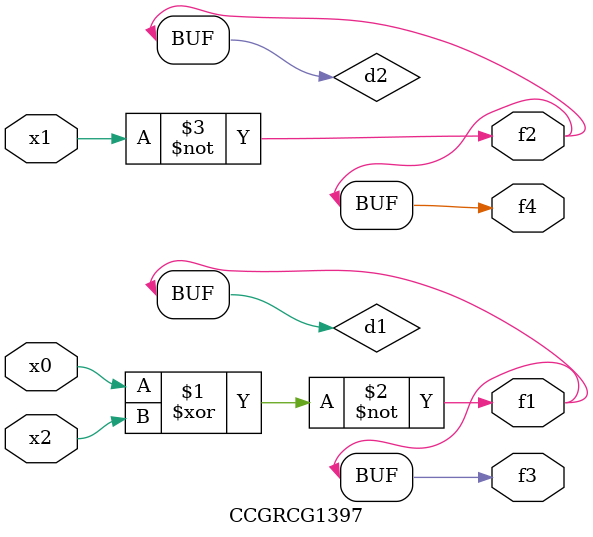
<source format=v>
module CCGRCG1397(
	input x0, x1, x2,
	output f1, f2, f3, f4
);

	wire d1, d2, d3;

	xnor (d1, x0, x2);
	nand (d2, x1);
	nor (d3, x1, x2);
	assign f1 = d1;
	assign f2 = d2;
	assign f3 = d1;
	assign f4 = d2;
endmodule

</source>
